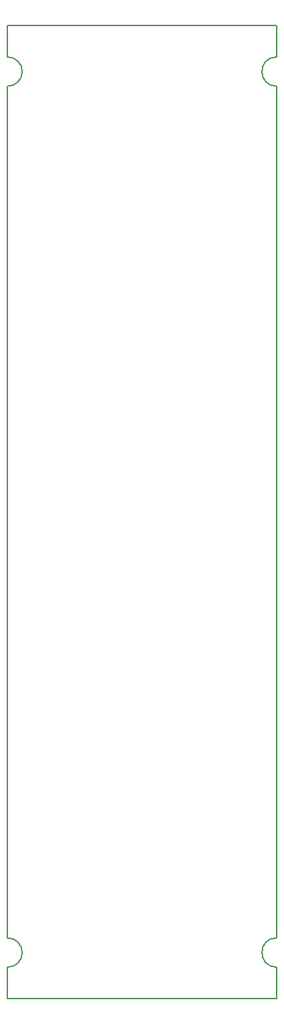
<source format=gko>
G04 Layer_Color=16711935*
%FSLAX24Y24*%
%MOIN*%
G70*
G01*
G75*
%ADD10C,0.0079*%
D10*
X20000Y75394D02*
G03*
X20000Y76850I4J728D01*
G01*
Y31575D02*
G03*
X20000Y33031I4J728D01*
G01*
X33386Y33031D02*
G03*
X33386Y31575I0J-728D01*
G01*
Y76850D02*
G03*
X33386Y75394I0J-728D01*
G01*
X20000Y75394D02*
X20000Y75394D01*
Y33031D02*
Y75394D01*
X33386Y76850D02*
Y78425D01*
X20000D02*
X33386D01*
X20000Y30000D02*
X33386D01*
X20000Y76850D02*
Y78425D01*
Y30000D02*
Y31575D01*
X33386Y30000D02*
Y31575D01*
Y33031D02*
Y75394D01*
M02*

</source>
